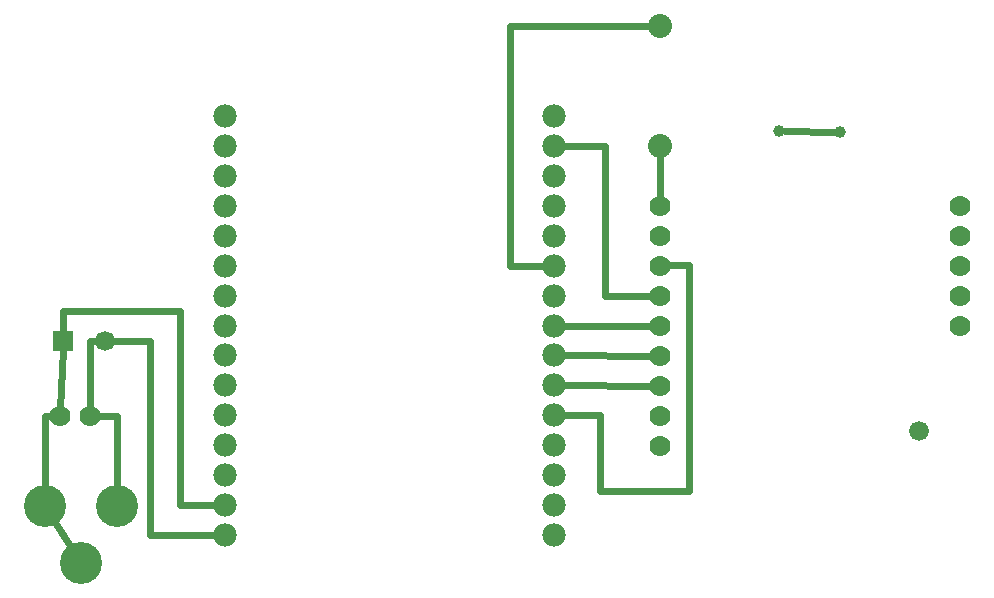
<source format=gbl>
G04 MADE WITH FRITZING*
G04 WWW.FRITZING.ORG*
G04 DOUBLE SIDED*
G04 HOLES PLATED*
G04 CONTOUR ON CENTER OF CONTOUR VECTOR*
%ASAXBY*%
%FSLAX23Y23*%
%MOIN*%
%OFA0B0*%
%SFA1.0B1.0*%
%ADD10C,0.077770*%
%ADD11C,0.066929*%
%ADD12C,0.070000*%
%ADD13C,0.066000*%
%ADD14C,0.140000*%
%ADD15C,0.080000*%
%ADD16C,0.039370*%
%ADD17R,0.066929X0.066929*%
%ADD18C,0.024000*%
%LNCOPPER0*%
G90*
G70*
G54D10*
X2003Y1658D03*
X905Y1857D03*
X905Y1757D03*
X905Y1658D03*
X905Y1558D03*
X905Y1458D03*
X2003Y1757D03*
X2003Y1857D03*
X2003Y1558D03*
X905Y1358D03*
X905Y1258D03*
X905Y1158D03*
X905Y1059D03*
X905Y959D03*
X905Y859D03*
X905Y759D03*
X905Y659D03*
X905Y559D03*
X905Y459D03*
X2003Y1158D03*
X2003Y1059D03*
X2003Y959D03*
X2003Y859D03*
X2003Y759D03*
X2003Y659D03*
X2003Y559D03*
X2003Y459D03*
X2003Y1458D03*
X2003Y1358D03*
X2003Y1258D03*
G54D11*
X367Y1108D03*
X505Y1108D03*
G54D12*
X3355Y1558D03*
X3355Y1458D03*
X3355Y1358D03*
X3355Y1258D03*
X3355Y1158D03*
G54D13*
X3220Y808D03*
G54D12*
X2355Y1558D03*
X2355Y1458D03*
X2355Y1358D03*
X2355Y1258D03*
X2355Y1158D03*
X2355Y1058D03*
X2355Y958D03*
X2355Y858D03*
X2355Y758D03*
G54D14*
X545Y558D03*
X305Y558D03*
X425Y368D03*
G54D12*
X355Y858D03*
X455Y858D03*
G54D15*
X2355Y1758D03*
X2355Y2158D03*
G54D16*
X2754Y1806D03*
X2956Y1805D03*
G54D17*
X367Y1108D03*
G54D18*
X367Y1207D02*
X756Y1207D01*
D02*
X756Y1207D02*
X755Y559D01*
D02*
X367Y1141D02*
X367Y1207D01*
D02*
X755Y559D02*
X875Y559D01*
D02*
X656Y1108D02*
X538Y1108D01*
D02*
X656Y459D02*
X656Y1108D01*
D02*
X875Y459D02*
X656Y459D01*
D02*
X455Y1108D02*
X455Y884D01*
D02*
X472Y1108D02*
X455Y1108D01*
D02*
X365Y1076D02*
X356Y884D01*
D02*
X305Y858D02*
X305Y619D01*
D02*
X329Y858D02*
X305Y858D01*
D02*
X545Y858D02*
X545Y619D01*
D02*
X481Y858D02*
X545Y858D01*
D02*
X2324Y2158D02*
X1856Y2158D01*
D02*
X1856Y2158D02*
X1856Y1358D01*
D02*
X1856Y1358D02*
X1972Y1358D01*
D02*
X2355Y1727D02*
X2355Y1589D01*
D02*
X2172Y1757D02*
X2033Y1757D01*
D02*
X2324Y1258D02*
X2172Y1258D01*
D02*
X2172Y1258D02*
X2172Y1757D01*
D02*
X2033Y1158D02*
X2324Y1158D01*
D02*
X2324Y1058D02*
X2033Y1059D01*
D02*
X2033Y959D02*
X2324Y958D01*
D02*
X2155Y608D02*
X2155Y859D01*
D02*
X2155Y859D02*
X2033Y859D01*
D02*
X2454Y608D02*
X2155Y608D01*
D02*
X2454Y1359D02*
X2454Y608D01*
D02*
X2386Y1359D02*
X2454Y1359D01*
D02*
X2937Y1805D02*
X2773Y1806D01*
D02*
X337Y507D02*
X392Y420D01*
G04 End of Copper0*
M02*
</source>
